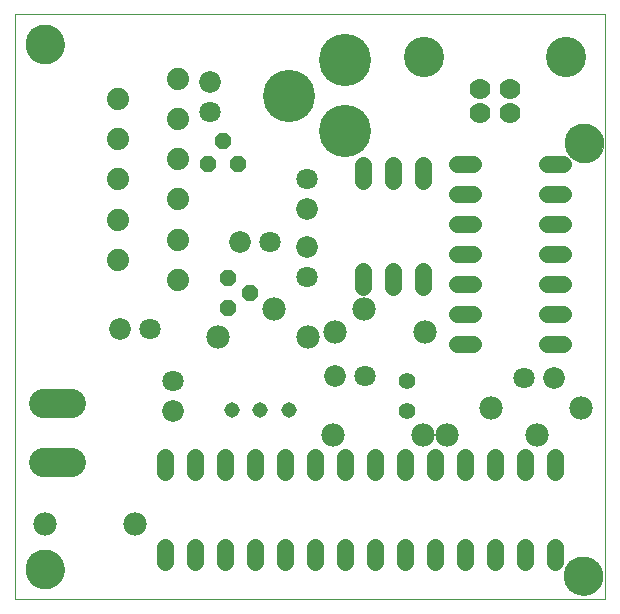
<source format=gbs>
G75*
%MOIN*%
%OFA0B0*%
%FSLAX25Y25*%
%IPPOS*%
%LPD*%
%AMOC8*
5,1,8,0,0,1.08239X$1,22.5*
%
%ADD10C,0.00000*%
%ADD11C,0.12998*%
%ADD12C,0.07071*%
%ADD13C,0.07211*%
%ADD14C,0.07400*%
%ADD15C,0.07000*%
%ADD16C,0.13400*%
%ADD17C,0.05156*%
%ADD18C,0.07800*%
%ADD19C,0.05600*%
%ADD20C,0.17400*%
%ADD21C,0.09770*%
%ADD22C,0.05600*%
%ADD23OC8,0.05600*%
D10*
X0243500Y0183500D02*
X0243500Y0378461D01*
X0440350Y0378461D01*
X0440350Y0183500D01*
X0243500Y0183500D01*
X0247201Y0193500D02*
X0247203Y0193658D01*
X0247209Y0193816D01*
X0247219Y0193974D01*
X0247233Y0194132D01*
X0247251Y0194289D01*
X0247272Y0194446D01*
X0247298Y0194602D01*
X0247328Y0194758D01*
X0247361Y0194913D01*
X0247399Y0195066D01*
X0247440Y0195219D01*
X0247485Y0195371D01*
X0247534Y0195522D01*
X0247587Y0195671D01*
X0247643Y0195819D01*
X0247703Y0195965D01*
X0247767Y0196110D01*
X0247835Y0196253D01*
X0247906Y0196395D01*
X0247980Y0196535D01*
X0248058Y0196672D01*
X0248140Y0196808D01*
X0248224Y0196942D01*
X0248313Y0197073D01*
X0248404Y0197202D01*
X0248499Y0197329D01*
X0248596Y0197454D01*
X0248697Y0197576D01*
X0248801Y0197695D01*
X0248908Y0197812D01*
X0249018Y0197926D01*
X0249131Y0198037D01*
X0249246Y0198146D01*
X0249364Y0198251D01*
X0249485Y0198353D01*
X0249608Y0198453D01*
X0249734Y0198549D01*
X0249862Y0198642D01*
X0249992Y0198732D01*
X0250125Y0198818D01*
X0250260Y0198902D01*
X0250396Y0198981D01*
X0250535Y0199058D01*
X0250676Y0199130D01*
X0250818Y0199200D01*
X0250962Y0199265D01*
X0251108Y0199327D01*
X0251255Y0199385D01*
X0251404Y0199440D01*
X0251554Y0199491D01*
X0251705Y0199538D01*
X0251857Y0199581D01*
X0252010Y0199620D01*
X0252165Y0199656D01*
X0252320Y0199687D01*
X0252476Y0199715D01*
X0252632Y0199739D01*
X0252789Y0199759D01*
X0252947Y0199775D01*
X0253104Y0199787D01*
X0253263Y0199795D01*
X0253421Y0199799D01*
X0253579Y0199799D01*
X0253737Y0199795D01*
X0253896Y0199787D01*
X0254053Y0199775D01*
X0254211Y0199759D01*
X0254368Y0199739D01*
X0254524Y0199715D01*
X0254680Y0199687D01*
X0254835Y0199656D01*
X0254990Y0199620D01*
X0255143Y0199581D01*
X0255295Y0199538D01*
X0255446Y0199491D01*
X0255596Y0199440D01*
X0255745Y0199385D01*
X0255892Y0199327D01*
X0256038Y0199265D01*
X0256182Y0199200D01*
X0256324Y0199130D01*
X0256465Y0199058D01*
X0256604Y0198981D01*
X0256740Y0198902D01*
X0256875Y0198818D01*
X0257008Y0198732D01*
X0257138Y0198642D01*
X0257266Y0198549D01*
X0257392Y0198453D01*
X0257515Y0198353D01*
X0257636Y0198251D01*
X0257754Y0198146D01*
X0257869Y0198037D01*
X0257982Y0197926D01*
X0258092Y0197812D01*
X0258199Y0197695D01*
X0258303Y0197576D01*
X0258404Y0197454D01*
X0258501Y0197329D01*
X0258596Y0197202D01*
X0258687Y0197073D01*
X0258776Y0196942D01*
X0258860Y0196808D01*
X0258942Y0196672D01*
X0259020Y0196535D01*
X0259094Y0196395D01*
X0259165Y0196253D01*
X0259233Y0196110D01*
X0259297Y0195965D01*
X0259357Y0195819D01*
X0259413Y0195671D01*
X0259466Y0195522D01*
X0259515Y0195371D01*
X0259560Y0195219D01*
X0259601Y0195066D01*
X0259639Y0194913D01*
X0259672Y0194758D01*
X0259702Y0194602D01*
X0259728Y0194446D01*
X0259749Y0194289D01*
X0259767Y0194132D01*
X0259781Y0193974D01*
X0259791Y0193816D01*
X0259797Y0193658D01*
X0259799Y0193500D01*
X0259797Y0193342D01*
X0259791Y0193184D01*
X0259781Y0193026D01*
X0259767Y0192868D01*
X0259749Y0192711D01*
X0259728Y0192554D01*
X0259702Y0192398D01*
X0259672Y0192242D01*
X0259639Y0192087D01*
X0259601Y0191934D01*
X0259560Y0191781D01*
X0259515Y0191629D01*
X0259466Y0191478D01*
X0259413Y0191329D01*
X0259357Y0191181D01*
X0259297Y0191035D01*
X0259233Y0190890D01*
X0259165Y0190747D01*
X0259094Y0190605D01*
X0259020Y0190465D01*
X0258942Y0190328D01*
X0258860Y0190192D01*
X0258776Y0190058D01*
X0258687Y0189927D01*
X0258596Y0189798D01*
X0258501Y0189671D01*
X0258404Y0189546D01*
X0258303Y0189424D01*
X0258199Y0189305D01*
X0258092Y0189188D01*
X0257982Y0189074D01*
X0257869Y0188963D01*
X0257754Y0188854D01*
X0257636Y0188749D01*
X0257515Y0188647D01*
X0257392Y0188547D01*
X0257266Y0188451D01*
X0257138Y0188358D01*
X0257008Y0188268D01*
X0256875Y0188182D01*
X0256740Y0188098D01*
X0256604Y0188019D01*
X0256465Y0187942D01*
X0256324Y0187870D01*
X0256182Y0187800D01*
X0256038Y0187735D01*
X0255892Y0187673D01*
X0255745Y0187615D01*
X0255596Y0187560D01*
X0255446Y0187509D01*
X0255295Y0187462D01*
X0255143Y0187419D01*
X0254990Y0187380D01*
X0254835Y0187344D01*
X0254680Y0187313D01*
X0254524Y0187285D01*
X0254368Y0187261D01*
X0254211Y0187241D01*
X0254053Y0187225D01*
X0253896Y0187213D01*
X0253737Y0187205D01*
X0253579Y0187201D01*
X0253421Y0187201D01*
X0253263Y0187205D01*
X0253104Y0187213D01*
X0252947Y0187225D01*
X0252789Y0187241D01*
X0252632Y0187261D01*
X0252476Y0187285D01*
X0252320Y0187313D01*
X0252165Y0187344D01*
X0252010Y0187380D01*
X0251857Y0187419D01*
X0251705Y0187462D01*
X0251554Y0187509D01*
X0251404Y0187560D01*
X0251255Y0187615D01*
X0251108Y0187673D01*
X0250962Y0187735D01*
X0250818Y0187800D01*
X0250676Y0187870D01*
X0250535Y0187942D01*
X0250396Y0188019D01*
X0250260Y0188098D01*
X0250125Y0188182D01*
X0249992Y0188268D01*
X0249862Y0188358D01*
X0249734Y0188451D01*
X0249608Y0188547D01*
X0249485Y0188647D01*
X0249364Y0188749D01*
X0249246Y0188854D01*
X0249131Y0188963D01*
X0249018Y0189074D01*
X0248908Y0189188D01*
X0248801Y0189305D01*
X0248697Y0189424D01*
X0248596Y0189546D01*
X0248499Y0189671D01*
X0248404Y0189798D01*
X0248313Y0189927D01*
X0248224Y0190058D01*
X0248140Y0190192D01*
X0248058Y0190328D01*
X0247980Y0190465D01*
X0247906Y0190605D01*
X0247835Y0190747D01*
X0247767Y0190890D01*
X0247703Y0191035D01*
X0247643Y0191181D01*
X0247587Y0191329D01*
X0247534Y0191478D01*
X0247485Y0191629D01*
X0247440Y0191781D01*
X0247399Y0191934D01*
X0247361Y0192087D01*
X0247328Y0192242D01*
X0247298Y0192398D01*
X0247272Y0192554D01*
X0247251Y0192711D01*
X0247233Y0192868D01*
X0247219Y0193026D01*
X0247209Y0193184D01*
X0247203Y0193342D01*
X0247201Y0193500D01*
X0426754Y0191345D02*
X0426756Y0191503D01*
X0426762Y0191661D01*
X0426772Y0191819D01*
X0426786Y0191977D01*
X0426804Y0192134D01*
X0426825Y0192291D01*
X0426851Y0192447D01*
X0426881Y0192603D01*
X0426914Y0192758D01*
X0426952Y0192911D01*
X0426993Y0193064D01*
X0427038Y0193216D01*
X0427087Y0193367D01*
X0427140Y0193516D01*
X0427196Y0193664D01*
X0427256Y0193810D01*
X0427320Y0193955D01*
X0427388Y0194098D01*
X0427459Y0194240D01*
X0427533Y0194380D01*
X0427611Y0194517D01*
X0427693Y0194653D01*
X0427777Y0194787D01*
X0427866Y0194918D01*
X0427957Y0195047D01*
X0428052Y0195174D01*
X0428149Y0195299D01*
X0428250Y0195421D01*
X0428354Y0195540D01*
X0428461Y0195657D01*
X0428571Y0195771D01*
X0428684Y0195882D01*
X0428799Y0195991D01*
X0428917Y0196096D01*
X0429038Y0196198D01*
X0429161Y0196298D01*
X0429287Y0196394D01*
X0429415Y0196487D01*
X0429545Y0196577D01*
X0429678Y0196663D01*
X0429813Y0196747D01*
X0429949Y0196826D01*
X0430088Y0196903D01*
X0430229Y0196975D01*
X0430371Y0197045D01*
X0430515Y0197110D01*
X0430661Y0197172D01*
X0430808Y0197230D01*
X0430957Y0197285D01*
X0431107Y0197336D01*
X0431258Y0197383D01*
X0431410Y0197426D01*
X0431563Y0197465D01*
X0431718Y0197501D01*
X0431873Y0197532D01*
X0432029Y0197560D01*
X0432185Y0197584D01*
X0432342Y0197604D01*
X0432500Y0197620D01*
X0432657Y0197632D01*
X0432816Y0197640D01*
X0432974Y0197644D01*
X0433132Y0197644D01*
X0433290Y0197640D01*
X0433449Y0197632D01*
X0433606Y0197620D01*
X0433764Y0197604D01*
X0433921Y0197584D01*
X0434077Y0197560D01*
X0434233Y0197532D01*
X0434388Y0197501D01*
X0434543Y0197465D01*
X0434696Y0197426D01*
X0434848Y0197383D01*
X0434999Y0197336D01*
X0435149Y0197285D01*
X0435298Y0197230D01*
X0435445Y0197172D01*
X0435591Y0197110D01*
X0435735Y0197045D01*
X0435877Y0196975D01*
X0436018Y0196903D01*
X0436157Y0196826D01*
X0436293Y0196747D01*
X0436428Y0196663D01*
X0436561Y0196577D01*
X0436691Y0196487D01*
X0436819Y0196394D01*
X0436945Y0196298D01*
X0437068Y0196198D01*
X0437189Y0196096D01*
X0437307Y0195991D01*
X0437422Y0195882D01*
X0437535Y0195771D01*
X0437645Y0195657D01*
X0437752Y0195540D01*
X0437856Y0195421D01*
X0437957Y0195299D01*
X0438054Y0195174D01*
X0438149Y0195047D01*
X0438240Y0194918D01*
X0438329Y0194787D01*
X0438413Y0194653D01*
X0438495Y0194517D01*
X0438573Y0194380D01*
X0438647Y0194240D01*
X0438718Y0194098D01*
X0438786Y0193955D01*
X0438850Y0193810D01*
X0438910Y0193664D01*
X0438966Y0193516D01*
X0439019Y0193367D01*
X0439068Y0193216D01*
X0439113Y0193064D01*
X0439154Y0192911D01*
X0439192Y0192758D01*
X0439225Y0192603D01*
X0439255Y0192447D01*
X0439281Y0192291D01*
X0439302Y0192134D01*
X0439320Y0191977D01*
X0439334Y0191819D01*
X0439344Y0191661D01*
X0439350Y0191503D01*
X0439352Y0191345D01*
X0439350Y0191187D01*
X0439344Y0191029D01*
X0439334Y0190871D01*
X0439320Y0190713D01*
X0439302Y0190556D01*
X0439281Y0190399D01*
X0439255Y0190243D01*
X0439225Y0190087D01*
X0439192Y0189932D01*
X0439154Y0189779D01*
X0439113Y0189626D01*
X0439068Y0189474D01*
X0439019Y0189323D01*
X0438966Y0189174D01*
X0438910Y0189026D01*
X0438850Y0188880D01*
X0438786Y0188735D01*
X0438718Y0188592D01*
X0438647Y0188450D01*
X0438573Y0188310D01*
X0438495Y0188173D01*
X0438413Y0188037D01*
X0438329Y0187903D01*
X0438240Y0187772D01*
X0438149Y0187643D01*
X0438054Y0187516D01*
X0437957Y0187391D01*
X0437856Y0187269D01*
X0437752Y0187150D01*
X0437645Y0187033D01*
X0437535Y0186919D01*
X0437422Y0186808D01*
X0437307Y0186699D01*
X0437189Y0186594D01*
X0437068Y0186492D01*
X0436945Y0186392D01*
X0436819Y0186296D01*
X0436691Y0186203D01*
X0436561Y0186113D01*
X0436428Y0186027D01*
X0436293Y0185943D01*
X0436157Y0185864D01*
X0436018Y0185787D01*
X0435877Y0185715D01*
X0435735Y0185645D01*
X0435591Y0185580D01*
X0435445Y0185518D01*
X0435298Y0185460D01*
X0435149Y0185405D01*
X0434999Y0185354D01*
X0434848Y0185307D01*
X0434696Y0185264D01*
X0434543Y0185225D01*
X0434388Y0185189D01*
X0434233Y0185158D01*
X0434077Y0185130D01*
X0433921Y0185106D01*
X0433764Y0185086D01*
X0433606Y0185070D01*
X0433449Y0185058D01*
X0433290Y0185050D01*
X0433132Y0185046D01*
X0432974Y0185046D01*
X0432816Y0185050D01*
X0432657Y0185058D01*
X0432500Y0185070D01*
X0432342Y0185086D01*
X0432185Y0185106D01*
X0432029Y0185130D01*
X0431873Y0185158D01*
X0431718Y0185189D01*
X0431563Y0185225D01*
X0431410Y0185264D01*
X0431258Y0185307D01*
X0431107Y0185354D01*
X0430957Y0185405D01*
X0430808Y0185460D01*
X0430661Y0185518D01*
X0430515Y0185580D01*
X0430371Y0185645D01*
X0430229Y0185715D01*
X0430088Y0185787D01*
X0429949Y0185864D01*
X0429813Y0185943D01*
X0429678Y0186027D01*
X0429545Y0186113D01*
X0429415Y0186203D01*
X0429287Y0186296D01*
X0429161Y0186392D01*
X0429038Y0186492D01*
X0428917Y0186594D01*
X0428799Y0186699D01*
X0428684Y0186808D01*
X0428571Y0186919D01*
X0428461Y0187033D01*
X0428354Y0187150D01*
X0428250Y0187269D01*
X0428149Y0187391D01*
X0428052Y0187516D01*
X0427957Y0187643D01*
X0427866Y0187772D01*
X0427777Y0187903D01*
X0427693Y0188037D01*
X0427611Y0188173D01*
X0427533Y0188310D01*
X0427459Y0188450D01*
X0427388Y0188592D01*
X0427320Y0188735D01*
X0427256Y0188880D01*
X0427196Y0189026D01*
X0427140Y0189174D01*
X0427087Y0189323D01*
X0427038Y0189474D01*
X0426993Y0189626D01*
X0426952Y0189779D01*
X0426914Y0189932D01*
X0426881Y0190087D01*
X0426851Y0190243D01*
X0426825Y0190399D01*
X0426804Y0190556D01*
X0426786Y0190713D01*
X0426772Y0190871D01*
X0426762Y0191029D01*
X0426756Y0191187D01*
X0426754Y0191345D01*
X0427058Y0335517D02*
X0427060Y0335675D01*
X0427066Y0335833D01*
X0427076Y0335991D01*
X0427090Y0336149D01*
X0427108Y0336306D01*
X0427129Y0336463D01*
X0427155Y0336619D01*
X0427185Y0336775D01*
X0427218Y0336930D01*
X0427256Y0337083D01*
X0427297Y0337236D01*
X0427342Y0337388D01*
X0427391Y0337539D01*
X0427444Y0337688D01*
X0427500Y0337836D01*
X0427560Y0337982D01*
X0427624Y0338127D01*
X0427692Y0338270D01*
X0427763Y0338412D01*
X0427837Y0338552D01*
X0427915Y0338689D01*
X0427997Y0338825D01*
X0428081Y0338959D01*
X0428170Y0339090D01*
X0428261Y0339219D01*
X0428356Y0339346D01*
X0428453Y0339471D01*
X0428554Y0339593D01*
X0428658Y0339712D01*
X0428765Y0339829D01*
X0428875Y0339943D01*
X0428988Y0340054D01*
X0429103Y0340163D01*
X0429221Y0340268D01*
X0429342Y0340370D01*
X0429465Y0340470D01*
X0429591Y0340566D01*
X0429719Y0340659D01*
X0429849Y0340749D01*
X0429982Y0340835D01*
X0430117Y0340919D01*
X0430253Y0340998D01*
X0430392Y0341075D01*
X0430533Y0341147D01*
X0430675Y0341217D01*
X0430819Y0341282D01*
X0430965Y0341344D01*
X0431112Y0341402D01*
X0431261Y0341457D01*
X0431411Y0341508D01*
X0431562Y0341555D01*
X0431714Y0341598D01*
X0431867Y0341637D01*
X0432022Y0341673D01*
X0432177Y0341704D01*
X0432333Y0341732D01*
X0432489Y0341756D01*
X0432646Y0341776D01*
X0432804Y0341792D01*
X0432961Y0341804D01*
X0433120Y0341812D01*
X0433278Y0341816D01*
X0433436Y0341816D01*
X0433594Y0341812D01*
X0433753Y0341804D01*
X0433910Y0341792D01*
X0434068Y0341776D01*
X0434225Y0341756D01*
X0434381Y0341732D01*
X0434537Y0341704D01*
X0434692Y0341673D01*
X0434847Y0341637D01*
X0435000Y0341598D01*
X0435152Y0341555D01*
X0435303Y0341508D01*
X0435453Y0341457D01*
X0435602Y0341402D01*
X0435749Y0341344D01*
X0435895Y0341282D01*
X0436039Y0341217D01*
X0436181Y0341147D01*
X0436322Y0341075D01*
X0436461Y0340998D01*
X0436597Y0340919D01*
X0436732Y0340835D01*
X0436865Y0340749D01*
X0436995Y0340659D01*
X0437123Y0340566D01*
X0437249Y0340470D01*
X0437372Y0340370D01*
X0437493Y0340268D01*
X0437611Y0340163D01*
X0437726Y0340054D01*
X0437839Y0339943D01*
X0437949Y0339829D01*
X0438056Y0339712D01*
X0438160Y0339593D01*
X0438261Y0339471D01*
X0438358Y0339346D01*
X0438453Y0339219D01*
X0438544Y0339090D01*
X0438633Y0338959D01*
X0438717Y0338825D01*
X0438799Y0338689D01*
X0438877Y0338552D01*
X0438951Y0338412D01*
X0439022Y0338270D01*
X0439090Y0338127D01*
X0439154Y0337982D01*
X0439214Y0337836D01*
X0439270Y0337688D01*
X0439323Y0337539D01*
X0439372Y0337388D01*
X0439417Y0337236D01*
X0439458Y0337083D01*
X0439496Y0336930D01*
X0439529Y0336775D01*
X0439559Y0336619D01*
X0439585Y0336463D01*
X0439606Y0336306D01*
X0439624Y0336149D01*
X0439638Y0335991D01*
X0439648Y0335833D01*
X0439654Y0335675D01*
X0439656Y0335517D01*
X0439654Y0335359D01*
X0439648Y0335201D01*
X0439638Y0335043D01*
X0439624Y0334885D01*
X0439606Y0334728D01*
X0439585Y0334571D01*
X0439559Y0334415D01*
X0439529Y0334259D01*
X0439496Y0334104D01*
X0439458Y0333951D01*
X0439417Y0333798D01*
X0439372Y0333646D01*
X0439323Y0333495D01*
X0439270Y0333346D01*
X0439214Y0333198D01*
X0439154Y0333052D01*
X0439090Y0332907D01*
X0439022Y0332764D01*
X0438951Y0332622D01*
X0438877Y0332482D01*
X0438799Y0332345D01*
X0438717Y0332209D01*
X0438633Y0332075D01*
X0438544Y0331944D01*
X0438453Y0331815D01*
X0438358Y0331688D01*
X0438261Y0331563D01*
X0438160Y0331441D01*
X0438056Y0331322D01*
X0437949Y0331205D01*
X0437839Y0331091D01*
X0437726Y0330980D01*
X0437611Y0330871D01*
X0437493Y0330766D01*
X0437372Y0330664D01*
X0437249Y0330564D01*
X0437123Y0330468D01*
X0436995Y0330375D01*
X0436865Y0330285D01*
X0436732Y0330199D01*
X0436597Y0330115D01*
X0436461Y0330036D01*
X0436322Y0329959D01*
X0436181Y0329887D01*
X0436039Y0329817D01*
X0435895Y0329752D01*
X0435749Y0329690D01*
X0435602Y0329632D01*
X0435453Y0329577D01*
X0435303Y0329526D01*
X0435152Y0329479D01*
X0435000Y0329436D01*
X0434847Y0329397D01*
X0434692Y0329361D01*
X0434537Y0329330D01*
X0434381Y0329302D01*
X0434225Y0329278D01*
X0434068Y0329258D01*
X0433910Y0329242D01*
X0433753Y0329230D01*
X0433594Y0329222D01*
X0433436Y0329218D01*
X0433278Y0329218D01*
X0433120Y0329222D01*
X0432961Y0329230D01*
X0432804Y0329242D01*
X0432646Y0329258D01*
X0432489Y0329278D01*
X0432333Y0329302D01*
X0432177Y0329330D01*
X0432022Y0329361D01*
X0431867Y0329397D01*
X0431714Y0329436D01*
X0431562Y0329479D01*
X0431411Y0329526D01*
X0431261Y0329577D01*
X0431112Y0329632D01*
X0430965Y0329690D01*
X0430819Y0329752D01*
X0430675Y0329817D01*
X0430533Y0329887D01*
X0430392Y0329959D01*
X0430253Y0330036D01*
X0430117Y0330115D01*
X0429982Y0330199D01*
X0429849Y0330285D01*
X0429719Y0330375D01*
X0429591Y0330468D01*
X0429465Y0330564D01*
X0429342Y0330664D01*
X0429221Y0330766D01*
X0429103Y0330871D01*
X0428988Y0330980D01*
X0428875Y0331091D01*
X0428765Y0331205D01*
X0428658Y0331322D01*
X0428554Y0331441D01*
X0428453Y0331563D01*
X0428356Y0331688D01*
X0428261Y0331815D01*
X0428170Y0331944D01*
X0428081Y0332075D01*
X0427997Y0332209D01*
X0427915Y0332345D01*
X0427837Y0332482D01*
X0427763Y0332622D01*
X0427692Y0332764D01*
X0427624Y0332907D01*
X0427560Y0333052D01*
X0427500Y0333198D01*
X0427444Y0333346D01*
X0427391Y0333495D01*
X0427342Y0333646D01*
X0427297Y0333798D01*
X0427256Y0333951D01*
X0427218Y0334104D01*
X0427185Y0334259D01*
X0427155Y0334415D01*
X0427129Y0334571D01*
X0427108Y0334728D01*
X0427090Y0334885D01*
X0427076Y0335043D01*
X0427066Y0335201D01*
X0427060Y0335359D01*
X0427058Y0335517D01*
X0247201Y0368500D02*
X0247203Y0368658D01*
X0247209Y0368816D01*
X0247219Y0368974D01*
X0247233Y0369132D01*
X0247251Y0369289D01*
X0247272Y0369446D01*
X0247298Y0369602D01*
X0247328Y0369758D01*
X0247361Y0369913D01*
X0247399Y0370066D01*
X0247440Y0370219D01*
X0247485Y0370371D01*
X0247534Y0370522D01*
X0247587Y0370671D01*
X0247643Y0370819D01*
X0247703Y0370965D01*
X0247767Y0371110D01*
X0247835Y0371253D01*
X0247906Y0371395D01*
X0247980Y0371535D01*
X0248058Y0371672D01*
X0248140Y0371808D01*
X0248224Y0371942D01*
X0248313Y0372073D01*
X0248404Y0372202D01*
X0248499Y0372329D01*
X0248596Y0372454D01*
X0248697Y0372576D01*
X0248801Y0372695D01*
X0248908Y0372812D01*
X0249018Y0372926D01*
X0249131Y0373037D01*
X0249246Y0373146D01*
X0249364Y0373251D01*
X0249485Y0373353D01*
X0249608Y0373453D01*
X0249734Y0373549D01*
X0249862Y0373642D01*
X0249992Y0373732D01*
X0250125Y0373818D01*
X0250260Y0373902D01*
X0250396Y0373981D01*
X0250535Y0374058D01*
X0250676Y0374130D01*
X0250818Y0374200D01*
X0250962Y0374265D01*
X0251108Y0374327D01*
X0251255Y0374385D01*
X0251404Y0374440D01*
X0251554Y0374491D01*
X0251705Y0374538D01*
X0251857Y0374581D01*
X0252010Y0374620D01*
X0252165Y0374656D01*
X0252320Y0374687D01*
X0252476Y0374715D01*
X0252632Y0374739D01*
X0252789Y0374759D01*
X0252947Y0374775D01*
X0253104Y0374787D01*
X0253263Y0374795D01*
X0253421Y0374799D01*
X0253579Y0374799D01*
X0253737Y0374795D01*
X0253896Y0374787D01*
X0254053Y0374775D01*
X0254211Y0374759D01*
X0254368Y0374739D01*
X0254524Y0374715D01*
X0254680Y0374687D01*
X0254835Y0374656D01*
X0254990Y0374620D01*
X0255143Y0374581D01*
X0255295Y0374538D01*
X0255446Y0374491D01*
X0255596Y0374440D01*
X0255745Y0374385D01*
X0255892Y0374327D01*
X0256038Y0374265D01*
X0256182Y0374200D01*
X0256324Y0374130D01*
X0256465Y0374058D01*
X0256604Y0373981D01*
X0256740Y0373902D01*
X0256875Y0373818D01*
X0257008Y0373732D01*
X0257138Y0373642D01*
X0257266Y0373549D01*
X0257392Y0373453D01*
X0257515Y0373353D01*
X0257636Y0373251D01*
X0257754Y0373146D01*
X0257869Y0373037D01*
X0257982Y0372926D01*
X0258092Y0372812D01*
X0258199Y0372695D01*
X0258303Y0372576D01*
X0258404Y0372454D01*
X0258501Y0372329D01*
X0258596Y0372202D01*
X0258687Y0372073D01*
X0258776Y0371942D01*
X0258860Y0371808D01*
X0258942Y0371672D01*
X0259020Y0371535D01*
X0259094Y0371395D01*
X0259165Y0371253D01*
X0259233Y0371110D01*
X0259297Y0370965D01*
X0259357Y0370819D01*
X0259413Y0370671D01*
X0259466Y0370522D01*
X0259515Y0370371D01*
X0259560Y0370219D01*
X0259601Y0370066D01*
X0259639Y0369913D01*
X0259672Y0369758D01*
X0259702Y0369602D01*
X0259728Y0369446D01*
X0259749Y0369289D01*
X0259767Y0369132D01*
X0259781Y0368974D01*
X0259791Y0368816D01*
X0259797Y0368658D01*
X0259799Y0368500D01*
X0259797Y0368342D01*
X0259791Y0368184D01*
X0259781Y0368026D01*
X0259767Y0367868D01*
X0259749Y0367711D01*
X0259728Y0367554D01*
X0259702Y0367398D01*
X0259672Y0367242D01*
X0259639Y0367087D01*
X0259601Y0366934D01*
X0259560Y0366781D01*
X0259515Y0366629D01*
X0259466Y0366478D01*
X0259413Y0366329D01*
X0259357Y0366181D01*
X0259297Y0366035D01*
X0259233Y0365890D01*
X0259165Y0365747D01*
X0259094Y0365605D01*
X0259020Y0365465D01*
X0258942Y0365328D01*
X0258860Y0365192D01*
X0258776Y0365058D01*
X0258687Y0364927D01*
X0258596Y0364798D01*
X0258501Y0364671D01*
X0258404Y0364546D01*
X0258303Y0364424D01*
X0258199Y0364305D01*
X0258092Y0364188D01*
X0257982Y0364074D01*
X0257869Y0363963D01*
X0257754Y0363854D01*
X0257636Y0363749D01*
X0257515Y0363647D01*
X0257392Y0363547D01*
X0257266Y0363451D01*
X0257138Y0363358D01*
X0257008Y0363268D01*
X0256875Y0363182D01*
X0256740Y0363098D01*
X0256604Y0363019D01*
X0256465Y0362942D01*
X0256324Y0362870D01*
X0256182Y0362800D01*
X0256038Y0362735D01*
X0255892Y0362673D01*
X0255745Y0362615D01*
X0255596Y0362560D01*
X0255446Y0362509D01*
X0255295Y0362462D01*
X0255143Y0362419D01*
X0254990Y0362380D01*
X0254835Y0362344D01*
X0254680Y0362313D01*
X0254524Y0362285D01*
X0254368Y0362261D01*
X0254211Y0362241D01*
X0254053Y0362225D01*
X0253896Y0362213D01*
X0253737Y0362205D01*
X0253579Y0362201D01*
X0253421Y0362201D01*
X0253263Y0362205D01*
X0253104Y0362213D01*
X0252947Y0362225D01*
X0252789Y0362241D01*
X0252632Y0362261D01*
X0252476Y0362285D01*
X0252320Y0362313D01*
X0252165Y0362344D01*
X0252010Y0362380D01*
X0251857Y0362419D01*
X0251705Y0362462D01*
X0251554Y0362509D01*
X0251404Y0362560D01*
X0251255Y0362615D01*
X0251108Y0362673D01*
X0250962Y0362735D01*
X0250818Y0362800D01*
X0250676Y0362870D01*
X0250535Y0362942D01*
X0250396Y0363019D01*
X0250260Y0363098D01*
X0250125Y0363182D01*
X0249992Y0363268D01*
X0249862Y0363358D01*
X0249734Y0363451D01*
X0249608Y0363547D01*
X0249485Y0363647D01*
X0249364Y0363749D01*
X0249246Y0363854D01*
X0249131Y0363963D01*
X0249018Y0364074D01*
X0248908Y0364188D01*
X0248801Y0364305D01*
X0248697Y0364424D01*
X0248596Y0364546D01*
X0248499Y0364671D01*
X0248404Y0364798D01*
X0248313Y0364927D01*
X0248224Y0365058D01*
X0248140Y0365192D01*
X0248058Y0365328D01*
X0247980Y0365465D01*
X0247906Y0365605D01*
X0247835Y0365747D01*
X0247767Y0365890D01*
X0247703Y0366035D01*
X0247643Y0366181D01*
X0247587Y0366329D01*
X0247534Y0366478D01*
X0247485Y0366629D01*
X0247440Y0366781D01*
X0247399Y0366934D01*
X0247361Y0367087D01*
X0247328Y0367242D01*
X0247298Y0367398D01*
X0247272Y0367554D01*
X0247251Y0367711D01*
X0247233Y0367868D01*
X0247219Y0368026D01*
X0247209Y0368184D01*
X0247203Y0368342D01*
X0247201Y0368500D01*
D11*
X0253500Y0368500D03*
X0433357Y0335517D03*
X0433053Y0191345D03*
X0253500Y0193500D03*
D12*
X0296141Y0256327D03*
X0288500Y0273500D03*
X0328710Y0302684D03*
X0341000Y0291000D03*
X0341000Y0323500D03*
X0308500Y0346000D03*
X0360268Y0257936D03*
X0413159Y0257366D03*
D13*
X0423159Y0257366D03*
X0350268Y0257936D03*
X0341000Y0301000D03*
X0341000Y0313500D03*
X0318710Y0302684D03*
X0278500Y0273500D03*
X0296141Y0246327D03*
X0308500Y0356000D03*
D14*
X0297890Y0356965D03*
X0297890Y0343579D03*
X0297890Y0330193D03*
X0297890Y0316807D03*
X0297890Y0303421D03*
X0297890Y0290035D03*
X0277890Y0296728D03*
X0277890Y0310114D03*
X0277890Y0323500D03*
X0277890Y0336886D03*
X0277890Y0350272D03*
D15*
X0398579Y0353500D03*
X0398579Y0345700D03*
X0408421Y0345700D03*
X0408421Y0353500D03*
D16*
X0427200Y0364200D03*
X0379800Y0364200D03*
D17*
X0334858Y0246463D03*
X0325252Y0246463D03*
X0315858Y0246463D03*
D18*
X0311147Y0270835D03*
X0329865Y0280304D03*
X0341147Y0270835D03*
X0350320Y0272561D03*
X0359865Y0280304D03*
X0380320Y0272561D03*
X0402271Y0247270D03*
X0387682Y0238158D03*
X0379651Y0238349D03*
X0349651Y0238349D03*
X0283500Y0208500D03*
X0253500Y0208500D03*
X0417682Y0238158D03*
X0432271Y0247270D03*
D19*
X0423500Y0231100D02*
X0423500Y0225900D01*
X0413500Y0225900D02*
X0413500Y0231100D01*
X0403500Y0231100D02*
X0403500Y0225900D01*
X0393500Y0225900D02*
X0393500Y0231100D01*
X0383500Y0231100D02*
X0383500Y0225900D01*
X0373500Y0225900D02*
X0373500Y0231100D01*
X0363500Y0231100D02*
X0363500Y0225900D01*
X0353500Y0225900D02*
X0353500Y0231100D01*
X0343500Y0231100D02*
X0343500Y0225900D01*
X0333500Y0225900D02*
X0333500Y0231100D01*
X0323500Y0231100D02*
X0323500Y0225900D01*
X0313500Y0225900D02*
X0313500Y0231100D01*
X0303500Y0231100D02*
X0303500Y0225900D01*
X0293500Y0225900D02*
X0293500Y0231100D01*
X0293500Y0201100D02*
X0293500Y0195900D01*
X0303500Y0195900D02*
X0303500Y0201100D01*
X0313500Y0201100D02*
X0313500Y0195900D01*
X0323500Y0195900D02*
X0323500Y0201100D01*
X0333500Y0201100D02*
X0333500Y0195900D01*
X0343500Y0195900D02*
X0343500Y0201100D01*
X0353500Y0201100D02*
X0353500Y0195900D01*
X0363500Y0195900D02*
X0363500Y0201100D01*
X0373500Y0201100D02*
X0373500Y0195900D01*
X0383500Y0195900D02*
X0383500Y0201100D01*
X0393500Y0201100D02*
X0393500Y0195900D01*
X0403500Y0195900D02*
X0403500Y0201100D01*
X0413500Y0201100D02*
X0413500Y0195900D01*
X0423500Y0195900D02*
X0423500Y0201100D01*
X0420900Y0268500D02*
X0426100Y0268500D01*
X0426100Y0278500D02*
X0420900Y0278500D01*
X0420900Y0288500D02*
X0426100Y0288500D01*
X0426100Y0298500D02*
X0420900Y0298500D01*
X0420900Y0308500D02*
X0426100Y0308500D01*
X0426100Y0318500D02*
X0420900Y0318500D01*
X0420900Y0328500D02*
X0426100Y0328500D01*
X0396100Y0328500D02*
X0390900Y0328500D01*
X0390900Y0318500D02*
X0396100Y0318500D01*
X0396100Y0308500D02*
X0390900Y0308500D01*
X0390900Y0298500D02*
X0396100Y0298500D01*
X0396100Y0288500D02*
X0390900Y0288500D01*
X0390900Y0278500D02*
X0396100Y0278500D01*
X0396100Y0268500D02*
X0390900Y0268500D01*
X0379634Y0287731D02*
X0379634Y0292931D01*
X0369634Y0292931D02*
X0369634Y0287731D01*
X0359634Y0287731D02*
X0359634Y0292931D01*
X0359634Y0322931D02*
X0359634Y0328131D01*
X0369634Y0328131D02*
X0369634Y0322931D01*
X0379634Y0322931D02*
X0379634Y0328131D01*
D20*
X0353500Y0339563D03*
X0334996Y0351374D03*
X0353500Y0363185D03*
D21*
X0262223Y0248836D02*
X0252853Y0248836D01*
X0252853Y0229151D02*
X0262223Y0229151D01*
D22*
X0374120Y0246215D03*
X0374120Y0256215D03*
D23*
X0321951Y0285768D03*
X0314451Y0290768D03*
X0314451Y0280768D03*
X0317919Y0328710D03*
X0312919Y0336210D03*
X0307919Y0328710D03*
M02*

</source>
